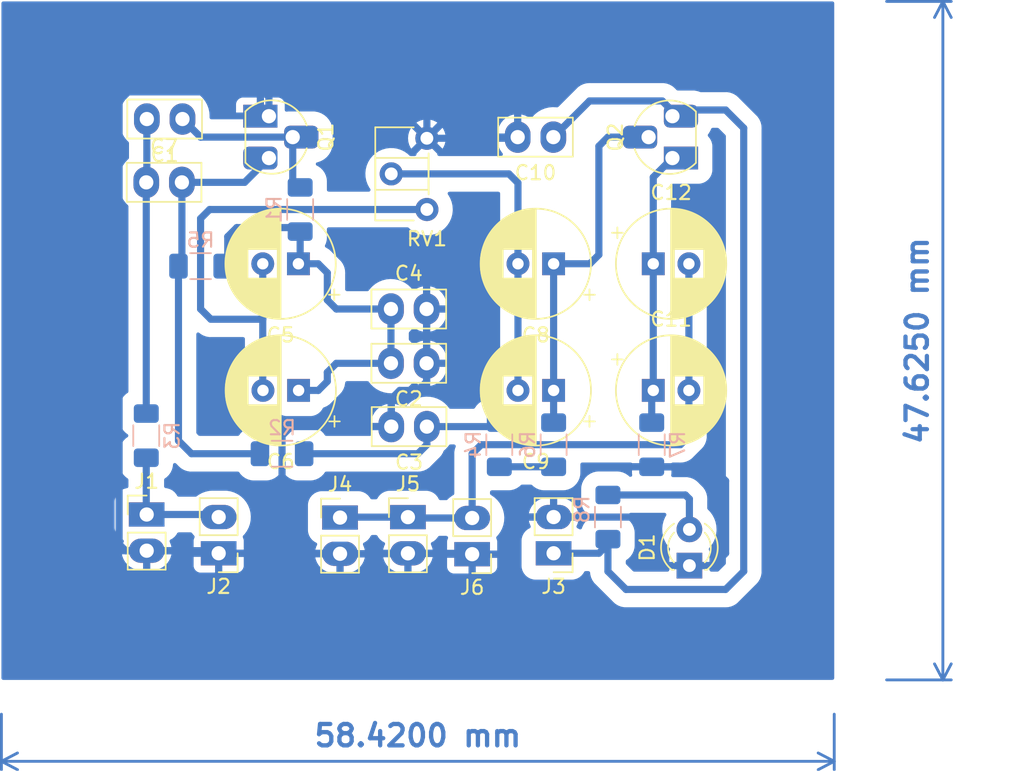
<source format=kicad_pcb>
(kicad_pcb (version 20211014) (generator pcbnew)
  (layers (0 "F.Cu" signal) (31 "B.Cu" signal) (34 "B.Paste" user) (35 "F.Paste" user) (36 "B.SilkS" user "B.Silkscreen") (37 "F.SilkS" user "F.Silkscreen") (38 "B.Mask" user) (39 "F.Mask" user) (44 "Edge.Cuts" user))
  (net 0 "")
  (net 1 "Net-(C1-Pad1)")
  (net 2 "Net-(C1-Pad2)")
  (net 3 "GND")
  (net 4 "Net-(C2-Pad2)")
  (net 5 "Net-(C3-Pad1)")
  (net 6 "Net-(C5-Pad2)")
  (net 7 "Net-(C7-Pad2)")
  (net 8 "Net-(C8-Pad1)")
  (net 9 "Net-(C8-Pad2)")
  (net 10 "Net-(C10-Pad1)")
  (net 11 "Net-(C11-Pad1)")
  (net 12 "Net-(C11-Pad2)")
  (net 13 "Net-(D1-Pad2)")
  (net 14 "Net-(J1-Pad1)")
  (net 15 "Net-(R4-Pad2)")
  (footprint "A_library:C_Disc_D5.0mm_W2.5mm_P2.50mm" (layer "F.Cu") (at 178.415 116.205 180)
    (fp_text reference "C2" (at 1.25 -2.5 180) (layer "F.SilkS"))
    (fp_text value "100n")
    (pad "1" thru_hole oval (at 0 0 180) (size 1.8 2.2) (drill 1) (layers *.Cu *.Mask) (net 3 "GND"))
    (pad "2" thru_hole oval (at 2.5 0 180) (size 1.8 2.2) (drill 1) (layers *.Cu *.Mask) (net 4 "Net-(C2-Pad2)"))
  )
  (footprint "A_library:PinHeader_1x02_P2.54mm_Vertical" (layer "F.Cu") (at 181.61 129.605 180)
    (fp_text reference "J6" (at 0 -2.33 180) (layer "F.SilkS"))
    (fp_text value "out_3")
    (pad "1" thru_hole rect (at 0 0 180) (size 2.5 1.7) (drill 1) (layers *.Cu *.Mask) (net 3 "GND"))
    (pad "2" thru_hole oval (at 0 2.54 180) (size 2.5 1.7) (drill 1) (layers *.Cu *.Mask) (net 12 "Net-(C11-Pad2)"))
  )
  (footprint "A_library:C_Disc_D5.0mm_W2.5mm_P2.50mm" (layer "F.Cu") (at 161.29 99.06 180)
    (fp_text reference "C1" (at 1.25 -2.5 180) (layer "F.SilkS"))
    (fp_text value "100n")
    (pad "1" thru_hole oval (at 0 0 180) (size 1.8 2.2) (drill 1) (layers *.Cu *.Mask) (net 1 "Net-(C1-Pad1)"))
    (pad "2" thru_hole oval (at 2.5 0 180) (size 1.8 2.2) (drill 1) (layers *.Cu *.Mask) (net 2 "Net-(C1-Pad2)"))
  )
  (footprint "Capacitor_THT:CP_Radial_D7.5mm_P2.50mm" (layer "F.Cu") (at 169.42163 109.22 180)
    (fp_text reference "C5" (at 1.25 -5) (layer "F.SilkS"))
    (fp_text value "10M")
    (pad "1" thru_hole rect (at 0 0 180) (size 1.6 1.6) (drill 0.8) (layers *.Cu *.Mask) (net 4 "Net-(C2-Pad2)"))
    (pad "2" thru_hole circle (at 2.5 0 180) (size 1.6 1.6) (drill 0.8) (layers *.Cu *.Mask) (net 6 "Net-(C5-Pad2)"))
  )
  (footprint "A_library:PinHeader_1x02_P2.54mm_Vertical" (layer "F.Cu") (at 187.325 129.54 180)
    (fp_text reference "J3" (at 0 -2.33) (layer "F.SilkS"))
    (fp_text value "power")
    (pad "1" thru_hole rect (at 0 0 180) (size 2.5 1.7) (drill 1) (layers *.Cu *.Mask) (net 10 "Net-(C10-Pad1)"))
    (pad "2" thru_hole oval (at 0 2.54 180) (size 2.5 1.7) (drill 1) (layers *.Cu *.Mask) (net 3 "GND"))
  )
  (footprint "Capacitor_THT:CP_Radial_D7.5mm_P2.50mm" (layer "F.Cu") (at 194.315242 109.22)
    (fp_text reference "C12" (at 1.25 -5) (layer "F.SilkS"))
    (fp_text value "10M")
    (pad "1" thru_hole rect (at 0 0) (size 1.6 1.6) (drill 0.8) (layers *.Cu *.Mask) (net 11 "Net-(C11-Pad1)"))
    (pad "2" thru_hole circle (at 2.5 0) (size 1.6 1.6) (drill 0.8) (layers *.Cu *.Mask) (net 12 "Net-(C11-Pad2)"))
  )
  (footprint "A_library:C_Disc_D5.0mm_W2.5mm_P2.50mm" (layer "F.Cu") (at 178.435 120.65 180)
    (fp_text reference "C3" (at 1.25 -2.5) (layer "F.SilkS"))
    (fp_text value "100n")
    (pad "1" thru_hole oval (at 0 0 180) (size 1.8 2.2) (drill 1) (layers *.Cu *.Mask) (net 5 "Net-(C3-Pad1)"))
    (pad "2" thru_hole oval (at 2.5 0 180) (size 1.8 2.2) (drill 1) (layers *.Cu *.Mask) (net 3 "GND"))
  )
  (footprint "A_library:TO-92L_HandSolder" (layer "F.Cu") (at 167.555 99.06 -90)
    (fp_text reference "Q1" (at 1.27 -3.8 -90) (layer "F.SilkS"))
    (fp_text value "PN2222A")
    (pad "1" thru_hole rect (at -0.2 0.2 270) (size 1.6 2.4) (drill 1 (offset 0 0.6)) (layers *.Cu *.Mask) (net 3 "GND"))
    (pad "2" thru_hole roundrect (at 1.27 -1.47 270) (size 1.6 2.4) (drill 1 (offset 0 -0.6)) (layers *.Cu *.Mask) (net 1 "Net-(C1-Pad1)"))
    (pad "3" thru_hole roundrect (at 2.74 0.2 270) (size 1.6 2.4) (drill 1 (offset 0 0.6)) (layers *.Cu *.Mask) (net 7 "Net-(C7-Pad2)"))
  )
  (footprint "LED_THT:LED_D3.0mm" (layer "F.Cu") (at 196.85 130.406922 90)
    (fp_text reference "D1" (at 1.27 -2.96 90) (layer "F.SilkS"))
    (fp_text value "LED")
    (pad "1" thru_hole rect (at 0 0 90) (size 1.8 1.8) (drill 0.9) (layers *.Cu *.Mask) (net 3 "GND"))
    (pad "2" thru_hole circle (at 2.54 0 90) (size 1.8 1.8) (drill 0.9) (layers *.Cu *.Mask) (net 13 "Net-(D1-Pad2)"))
  )
  (footprint "Potentiometer_THT:Potentiometer_Piher_PT-6-H_Horizontal" (layer "F.Cu") (at 178.435 105.41 180)
    (fp_text reference "RV1" (at 0 -2.06) (layer "F.SilkS"))
    (fp_text value "10k")
    (pad "1" thru_hole circle (at 0 0 180) (size 1.62 1.62) (drill 0.9) (layers *.Cu *.Mask) (net 6 "Net-(C5-Pad2)"))
    (pad "2" thru_hole circle (at 2.5 2.5 180) (size 1.62 1.62) (drill 0.9) (layers *.Cu *.Mask) (net 9 "Net-(C8-Pad2)"))
    (pad "3" thru_hole circle (at 0 5 180) (size 1.62 1.62) (drill 0.9) (layers *.Cu *.Mask) (net 3 "GND"))
  )
  (footprint "A_library:TO-92L_HandSolder" (layer "F.Cu") (at 195.459136 101.6 90)
    (fp_text reference "Q2" (at 1.27 -3.8 90) (layer "F.SilkS"))
    (fp_text value "PN2222A")
    (pad "1" thru_hole rect (at -0.2 0.2 90) (size 1.6 2.4) (drill 1 (offset 0 0.6)) (layers *.Cu *.Mask) (net 11 "Net-(C11-Pad1)"))
    (pad "2" thru_hole roundrect (at 1.27 -1.47 90) (size 1.6 2.4) (drill 1 (offset 0 -0.6)) (layers *.Cu *.Mask) (net 8 "Net-(C8-Pad1)"))
    (pad "3" thru_hole roundrect (at 2.74 0.2 90) (size 1.6 2.4) (drill 1 (offset 0 0.6)) (layers *.Cu *.Mask) (net 10 "Net-(C10-Pad1)"))
  )
  (footprint "A_library:C_Disc_D5.0mm_W2.5mm_P2.50mm" (layer "F.Cu") (at 175.915 112.395)
    (fp_text reference "C4" (at 1.25 -2.5) (layer "F.SilkS"))
    (fp_text value "100n")
    (pad "1" thru_hole oval (at 0 0) (size 1.8 2.2) (drill 1) (layers *.Cu *.Mask) (net 4 "Net-(C2-Pad2)"))
    (pad "2" thru_hole oval (at 2.5 0) (size 1.8 2.2) (drill 1) (layers *.Cu *.Mask) (net 3 "GND"))
  )
  (footprint "A_library:C_Disc_D5.0mm_W2.5mm_P2.50mm" (layer "F.Cu") (at 158.75 103.505)
    (fp_text reference "C7" (at 1.25 -2.5) (layer "F.SilkS"))
    (fp_text value "100n")
    (pad "1" thru_hole oval (at 0 0) (size 1.8 2.2) (drill 1) (layers *.Cu *.Mask) (net 2 "Net-(C1-Pad2)"))
    (pad "2" thru_hole oval (at 2.5 0) (size 1.8 2.2) (drill 1) (layers *.Cu *.Mask) (net 7 "Net-(C7-Pad2)"))
  )
  (footprint "Capacitor_THT:CP_Radial_D7.5mm_P2.50mm" (layer "F.Cu") (at 187.325 109.22 180)
    (fp_text reference "C8" (at 1.25 -5) (layer "F.SilkS"))
    (fp_text value "10M")
    (pad "1" thru_hole rect (at 0 0 180) (size 1.6 1.6) (drill 0.8) (layers *.Cu *.Mask) (net 8 "Net-(C8-Pad1)"))
    (pad "2" thru_hole circle (at 2.5 0 180) (size 1.6 1.6) (drill 0.8) (layers *.Cu *.Mask) (net 9 "Net-(C8-Pad2)"))
  )
  (footprint "A_library:PinHeader_1x02_P2.54mm_Vertical" (layer "F.Cu") (at 163.83 129.54 180)
    (fp_text reference "J2" (at 0 -2.33 180) (layer "F.SilkS"))
    (fp_text value "in_key")
    (pad "1" thru_hole rect (at 0 0 180) (size 2.5 1.7) (drill 1) (layers *.Cu *.Mask) (net 3 "GND"))
    (pad "2" thru_hole oval (at 0 2.54 180) (size 2.5 1.7) (drill 1) (layers *.Cu *.Mask) (net 14 "Net-(J1-Pad1)"))
  )
  (footprint "Capacitor_THT:CP_Radial_D7.5mm_P2.50mm" (layer "F.Cu") (at 194.315242 118.11)
    (fp_text reference "C11" (at 1.25 -5) (layer "F.SilkS"))
    (fp_text value "10M")
    (pad "1" thru_hole rect (at 0 0) (size 1.6 1.6) (drill 0.8) (layers *.Cu *.Mask) (net 11 "Net-(C11-Pad1)"))
    (pad "2" thru_hole circle (at 2.5 0) (size 1.6 1.6) (drill 0.8) (layers *.Cu *.Mask) (net 12 "Net-(C11-Pad2)"))
  )
  (footprint "A_library:PinHeader_1x02_P2.54mm_Vertical" (layer "F.Cu") (at 172.3425 127.035)
    (fp_text reference "J4" (at 0 -2.33) (layer "F.SilkS"))
    (fp_text value "out_1")
    (pad "1" thru_hole rect (at 0 0) (size 2.5 1.7) (drill 1) (layers *.Cu *.Mask) (net 12 "Net-(C11-Pad2)"))
    (pad "2" thru_hole oval (at 0 2.54) (size 2.5 1.7) (drill 1) (layers *.Cu *.Mask) (net 3 "GND"))
  )
  (footprint "Capacitor_THT:CP_Radial_D7.5mm_P2.50mm" (layer "F.Cu") (at 187.325 118.11 180)
    (fp_text reference "C9" (at 1.25 -5) (layer "F.SilkS"))
    (fp_text value "10M")
    (pad "1" thru_hole rect (at 0 0 180) (size 1.6 1.6) (drill 0.8) (layers *.Cu *.Mask) (net 8 "Net-(C8-Pad1)"))
    (pad "2" thru_hole circle (at 2.5 0 180) (size 1.6 1.6) (drill 0.8) (layers *.Cu *.Mask) (net 9 "Net-(C8-Pad2)"))
  )
  (footprint "A_library:C_Disc_D5.0mm_W2.5mm_P2.50mm" (layer "F.Cu") (at 187.305 100.33 180)
    (fp_text reference "C10" (at 1.25 -2.5) (layer "F.SilkS"))
    (fp_text value "100n")
    (pad "1" thru_hole oval (at 0 0 180) (size 1.8 2.2) (drill 1) (layers *.Cu *.Mask) (net 10 "Net-(C10-Pad1)"))
    (pad "2" thru_hole oval (at 2.5 0 180) (size 1.8 2.2) (drill 1) (layers *.Cu *.Mask) (net 3 "GND"))
  )
  (footprint "A_library:PinHeader_1x02_P2.54mm_Vertical" (layer "F.Cu") (at 177.105 127.005)
    (fp_text reference "J5" (at 0 -2.33) (layer "F.SilkS"))
    (fp_text value "out_2")
    (pad "1" thru_hole rect (at 0 0) (size 2.5 1.7) (drill 1) (layers *.Cu *.Mask) (net 12 "Net-(C11-Pad2)"))
    (pad "2" thru_hole oval (at 0 2.54) (size 2.5 1.7) (drill 1) (layers *.Cu *.Mask) (net 3 "GND"))
  )
  (footprint "Capacitor_THT:CP_Radial_D7.5mm_P2.50mm" (layer "F.Cu") (at 169.436395 118.11 180)
    (fp_text reference "C6" (at 1.25 -5) (layer "F.SilkS"))
    (fp_text value "10M")
    (pad "1" thru_hole rect (at 0 0 180) (size 1.6 1.6) (drill 0.8) (layers *.Cu *.Mask) (net 4 "Net-(C2-Pad2)"))
    (pad "2" thru_hole circle (at 2.5 0 180) (size 1.6 1.6) (drill 0.8) (layers *.Cu *.Mask) (net 6 "Net-(C5-Pad2)"))
  )
  (footprint "A_library:PinHeader_1x02_P2.54mm_Vertical" (layer "F.Cu") (at 158.78 126.82)
    (fp_text reference "J1" (at 0 -2.33) (layer "F.SilkS"))
    (fp_text value "key")
    (pad "1" thru_hole rect (at 0 0) (size 2.5 1.7) (drill 1) (layers *.Cu *.Mask) (net 14 "Net-(J1-Pad1)"))
    (pad "2" thru_hole oval (at 0 2.54) (size 2.5 1.7) (drill 1) (layers *.Cu *.Mask) (net 3 "GND"))
  )
  (footprint "Resistor_SMD:R_1206_3216Metric_Pad1.30x1.75mm_HandSolder" (layer "B.Cu") (at 169.545 105.41 -90)
    (fp_text reference "R1" (at 0 1.82 90) (layer "B.SilkS") (effects (justify mirror)))
    (fp_text value "3k3")
    (pad "1" smd roundrect (at -1.55 0 270) (size 1.3 1.75) (layers "B.Cu" "B.Paste" "B.Mask") (roundrect_rratio 0.192308) (net 1 "Net-(C1-Pad1)"))
    (pad "2" smd roundrect (at 1.55 0 270) (size 1.3 1.75) (layers "B.Cu" "B.Paste" "B.Mask") (roundrect_rratio 0.192308) (net 4 "Net-(C2-Pad2)"))
  )
  (footprint "Resistor_SMD:R_1206_3216Metric_Pad1.30x1.75mm_HandSolder" (layer "B.Cu") (at 194.206636 121.92 90)
    (fp_text reference "R7" (at 0 1.82 90) (layer "B.SilkS") (effects (justify mirror)))
    (fp_text value "100")
    (pad "1" smd roundrect (at -1.55 0 90) (size 1.3 1.75) (layers "B.Cu" "B.Paste" "B.Mask") (roundrect_rratio 0.192308) (net 3 "GND"))
    (pad "2" smd roundrect (at 1.55 0 90) (size 1.3 1.75) (layers "B.Cu" "B.Paste" "B.Mask") (roundrect_rratio 0.192308) (net 11 "Net-(C11-Pad1)"))
  )
  (footprint "Resistor_SMD:R_1206_3216Metric_Pad1.30x1.75mm_HandSolder" (layer "B.Cu") (at 162.56 109.385 180)
    (fp_text reference "R5" (at 0 1.82) (layer "B.SilkS") (effects (justify mirror)))
    (fp_text value "3k3")
    (pad "1" smd roundrect (at -1.55 0 180) (size 1.3 1.75) (layers "B.Cu" "B.Paste" "B.Mask") (roundrect_rratio 0.192308) (net 4 "Net-(C2-Pad2)"))
    (pad "2" smd roundrect (at 1.55 0 180) (size 1.3 1.75) (layers "B.Cu" "B.Paste" "B.Mask") (roundrect_rratio 0.192308) (net 7 "Net-(C7-Pad2)"))
  )
  (footprint "Resistor_SMD:R_1206_3216Metric_Pad1.30x1.75mm_HandSolder" (layer "B.Cu") (at 187.325 121.92 -90)
    (fp_text reference "R6" (at 0 1.82 90) (layer "B.SilkS") (effects (justify mirror)))
    (fp_text value "150k")
    (pad "1" smd roundrect (at -1.55 0 270) (size 1.3 1.75) (layers "B.Cu" "B.Paste" "B.Mask") (roundrect_rratio 0.192308) (net 8 "Net-(C8-Pad1)"))
    (pad "2" smd roundrect (at 1.55 0 270) (size 1.3 1.75) (layers "B.Cu" "B.Paste" "B.Mask") (roundrect_rratio 0.192308) (net 15 "Net-(R4-Pad2)"))
  )
  (footprint "Resistor_SMD:R_1206_3216Metric_Pad1.30x1.75mm_HandSolder" (layer "B.Cu") (at 158.75 121.285 90)
    (fp_text reference "R3" (at 0 1.82 90) (layer "B.SilkS") (effects (justify mirror)))
    (fp_text value "560")
    (pad "1" smd roundrect (at -1.55 0 90) (size 1.3 1.75) (layers "B.Cu" "B.Paste" "B.Mask") (roundrect_rratio 0.192308) (net 14 "Net-(J1-Pad1)"))
    (pad "2" smd roundrect (at 1.55 0 90) (size 1.3 1.75) (layers "B.Cu" "B.Paste" "B.Mask") (roundrect_rratio 0.192308) (net 2 "Net-(C1-Pad2)"))
  )
  (footprint "Resistor_SMD:R_1206_3216Metric_Pad1.30x1.75mm_HandSolder" (layer "B.Cu") (at 183.515 121.92 -90)
    (fp_text reference "R4" (at 0 1.82 90) (layer "B.SilkS") (effects (justify mirror)))
    (fp_text value "10")
    (pad "1" smd roundrect (at -1.55 0 270) (size 1.3 1.75) (layers "B.Cu" "B.Paste" "B.Mask") (roundrect_rratio 0.192308) (net 5 "Net-(C3-Pad1)"))
    (pad "2" smd roundrect (at 1.55 0 270) (size 1.3 1.75) (layers "B.Cu" "B.Paste" "B.Mask") (roundrect_rratio 0.192308) (net 15 "Net-(R4-Pad2)"))
  )
  (footprint "Resistor_SMD:R_1206_3216Metric_Pad1.30x1.75mm_HandSolder" (layer "B.Cu") (at 191.135 127 -90)
    (fp_text reference "R8" (at -0.531636 1.82 90) (layer "B.SilkS") (effects (justify mirror)))
    (fp_text value "1k")
    (pad "1" smd roundrect (at -1.55 0 270) (size 1.3 1.75) (layers "B.Cu" "B.Paste" "B.Mask") (roundrect_rratio 0.192308) (net 13 "Net-(D1-Pad2)"))
    (pad "2" smd roundrect (at 1.55 0 270) (size 1.3 1.75) (layers "B.Cu" "B.Paste" "B.Mask") (roundrect_rratio 0.192308) (net 10 "Net-(C10-Pad1)"))
  )
  (footprint "Resistor_SMD:R_1206_3216Metric_Pad1.30x1.75mm_HandSolder" (layer "B.Cu") (at 168.275 122.555 180)
    (fp_text reference "R2" (at 0 1.82) (layer "B.SilkS") (effects (justify mirror)))
    (fp_text value "3k3")
    (pad "1" smd roundrect (at -1.55 0 180) (size 1.3 1.75) (layers "B.Cu" "B.Paste" "B.Mask") (roundrect_rratio 0.192308) (net 5 "Net-(C3-Pad1)"))
    (pad "2" smd roundrect (at 1.55 0 180) (size 1.3 1.75) (layers "B.Cu" "B.Paste" "B.Mask") (roundrect_rratio 0.192308) (net 7 "Net-(C7-Pad2)"))
  )
  (dimension (type aligned) (layer "B.Cu") (pts (xy 210.185 90.805) (xy 210.185 138.43)) (height -4.445) (gr_text "47.6250 mm" (at 212.83 114.6175 90) (layer "B.Cu") (effects (font (size 1.5 1.5) (thickness 0.3)))) (format (units 3) (units_format 1) (precision 4)) (style (thickness 0.2) (arrow_length 1.27) (text_position_mode 0) (extension_height 0.58642) (extension_offset 0.5) keep_text_aligned))
  (dimension (type aligned) (layer "B.Cu") (pts (xy 207.01 140.335) (xy 148.59 140.335)) (height -3.81) (gr_text "58.4200 mm" (at 177.8 142.345) (layer "B.Cu") (effects (font (size 1.5 1.5) (thickness 0.3)))) (format (units 3) (units_format 1) (precision 4)) (style (thickness 0.2) (arrow_length 1.27) (text_position_mode 0) (extension_height 0.58642) (extension_offset 0.5) keep_text_aligned))
  (segment (start 169.025 100.33) (end 169.025 103.34) (width 0.5) (layer "B.Cu") (net 1))
  (segment (start 169.025 103.34) (end 169.545 103.86) (width 0.5) (layer "B.Cu") (net 1))
  (segment (start 169.025 100.33) (end 162.56 100.33) (width 0.5) (layer "B.Cu") (net 1))
  (segment (start 162.56 100.33) (end 161.29 99.06) (width 0.5) (layer "B.Cu") (net 1))
  (segment (start 158.79 103.465) (end 158.75 103.505) (width 0.5) (layer "B.Cu") (net 2))
  (segment (start 158.75 103.505) (end 158.75 119.735) (width 0.5) (layer "B.Cu") (net 2))
  (segment (start 158.79 99.06) (end 158.79 103.465) (width 0.5) (layer "B.Cu") (net 2))
  (segment (start 181.55 129.545) (end 181.61 129.605) (width 0.5) (layer "B.Cu") (net 3))
  (segment (start 168.275 129.54) (end 163.83 129.54) (width 0.5) (layer "B.Cu") (net 3))
  (segment (start 176.53 118.11) (end 175.935 118.705) (width 0.5) (layer "B.Cu") (net 3))
  (segment (start 178.415 116.205) (end 178.415 117.495) (width 0.5) (layer "B.Cu") (net 3))
  (segment (start 184.785 128.905) (end 184.785 127.635) (width 0.5) (layer "B.Cu") (net 3))
  (segment (start 178.415 117.495) (end 177.8 118.11) (width 0.5) (layer "B.Cu") (net 3))
  (segment (start 168.275 97.155) (end 177.8 97.155) (width 0.5) (layer "B.Cu") (net 3))
  (segment (start 157.3 129.36) (end 156.845 128.905) (width 0.5) (layer "B.Cu") (net 3))
  (segment (start 168.91 120.65) (end 168.275 121.285) (width 0.5) (layer "B.Cu") (net 3))
  (segment (start 184.085 129.605) (end 184.785 128.905) (width 0.5) (layer "B.Cu") (net 3))
  (segment (start 194.206636 123.47) (end 198.4 123.47) (width 0.5) (layer "B.Cu") (net 3))
  (segment (start 185.42 127) (end 187.325 127) (width 0.5) (layer "B.Cu") (net 3))
  (segment (start 178.415 112.395) (end 178.415 116.205) (width 0.5) (layer "B.Cu") (net 3))
  (segment (start 184.725 100.41) (end 184.805 100.33) (width 0.5) (layer "B.Cu") (net 3))
  (segment (start 168.275 129.54) (end 172.3075 129.54) (width 0.5) (layer "B.Cu") (net 3))
  (segment (start 175.935 120.65) (end 168.91 120.65) (width 0.5) (layer "B.Cu") (net 3))
  (segment (start 177.8 118.11) (end 176.53 118.11) (width 0.5) (layer "B.Cu") (net 3))
  (segment (start 178.435 97.79) (end 178.435 100.41) (width 0.5) (layer "B.Cu") (net 3))
  (segment (start 193.675 129.54) (end 194.541922 130.406922) (width 0.5) (layer "B.Cu") (net 3))
  (segment (start 198.4 123.47) (end 199.39 124.46) (width 0.5) (layer "B.Cu") (net 3))
  (segment (start 157.48 97.155) (end 167.005 97.155) (width 0.5) (layer "B.Cu") (net 3))
  (segment (start 184.785 127.635) (end 185.42 127) (width 0.5) (layer "B.Cu") (net 3))
  (segment (start 158.78 129.36) (end 157.3 129.36) (width 0.5) (layer "B.Cu") (net 3))
  (segment (start 177.105 129.545) (end 181.55 129.545) (width 0.5) (layer "B.Cu") (net 3))
  (segment (start 163.65 129.36) (end 163.83 129.54) (width 0.5) (layer "B.Cu") (net 3))
  (segment (start 193.04 127) (end 193.675 127.635) (width 0.5) (layer "B.Cu") (net 3))
  (segment (start 198.523078 130.406922) (end 196.85 130.406922) (width 0.5) (layer "B.Cu") (net 3))
  (segment (start 167.005 97.155) (end 168.275 97.155) (width 0.5) (layer "B.Cu") (net 3))
  (segment (start 187.325 127) (end 193.04 127) (width 0.5) (layer "B.Cu") (net 3))
  (segment (start 158.78 129.36) (end 163.65 129.36) (width 0.5) (layer "B.Cu") (net 3))
  (segment (start 167.355 97.505) (end 167.005 97.155) (width 0.5) (layer "B.Cu") (net 3))
  (segment (start 168.275 121.285) (end 168.275 129.54) (width 0.5) (layer "B.Cu") (net 3))
  (segment (start 177.075 129.575) (end 177.105 129.545) (width 0.5) (layer "B.Cu") (net 3))
  (segment (start 178.435 100.41) (end 184.725 100.41) (width 0.5) (layer "B.Cu") (net 3))
  (segment (start 172.3075 129.54) (end 172.3425 129.575) (width 0.5) (layer "B.Cu") (net 3))
  (segment (start 193.675 127.635) (end 193.675 129.54) (width 0.5) (layer "B.Cu") (net 3))
  (segment (start 156.845 128.905) (end 156.845 97.79) (width 0.5) (layer "B.Cu") (net 3))
  (segment (start 175.935 118.705) (end 175.935 120.65) (width 0.5) (layer "B.Cu") (net 3))
  (segment (start 199.39 129.54) (end 198.523078 130.406922) (width 0.5) (layer "B.Cu") (net 3))
  (segment (start 199.39 124.46) (end 199.39 129.54) (width 0.5) (layer "B.Cu") (net 3))
  (segment (start 172.3425 129.575) (end 177.075 129.575) (width 0.5) (layer "B.Cu") (net 3))
  (segment (start 194.541922 130.406922) (end 196.85 130.406922) (width 0.5) (layer "B.Cu") (net 3))
  (segment (start 156.845 97.79) (end 157.48 97.155) (width 0.5) (layer "B.Cu") (net 3))
  (segment (start 167.355 98.86) (end 167.355 97.505) (width 0.5) (layer "B.Cu") (net 3))
  (segment (start 181.61 129.605) (end 184.085 129.605) (width 0.5) (layer "B.Cu") (net 3))
  (segment (start 177.8 97.155) (end 178.435 97.79) (width 0.5) (layer "B.Cu") (net 3))
  (segment (start 170.815 109.22) (end 171.45 109.855) (width 0.5) (layer "B.Cu") (net 4))
  (segment (start 169.545 106.96) (end 169.545 109.09663) (width 0.5) (layer "B.Cu") (net 4))
  (segment (start 171.45 111.76) (end 172.085 112.395) (width 0.5) (layer "B.Cu") (net 4))
  (segment (start 169.42163 109.22) (end 170.815 109.22) (width 0.5) (layer "B.Cu") (net 4))
  (segment (start 165.1 106.68) (end 169.265 106.68) (width 0.5) (layer "B.Cu") (net 4))
  (segment (start 169.545 109.09663) (end 169.42163 109.22) (width 0.5) (layer "B.Cu") (net 4))
  (segment (start 171.45 109.855) (end 171.45 111.76) (width 0.5) (layer "B.Cu") (net 4))
  (segment (start 164.465 107.315) (end 165.1 106.68) (width 0.5) (layer "B.Cu") (net 4))
  (segment (start 169.265 106.68) (end 169.545 106.96) (width 0.5) (layer "B.Cu") (net 4))
  (segment (start 164.465 109.03) (end 164.465 107.315) (width 0.5) (layer "B.Cu") (net 4))
  (segment (start 170.815 118.11) (end 171.45 117.475) (width 0.5) (layer "B.Cu") (net 4))
  (segment (start 172.085 112.395) (end 175.915 112.395) (width 0.5) (layer "B.Cu") (net 4))
  (segment (start 175.915 112.395) (end 175.915 116.205) (width 0.5) (layer "B.Cu") (net 4))
  (segment (start 172.085 116.205) (end 175.915 116.205) (width 0.5) (layer "B.Cu") (net 4))
  (segment (start 169.436395 118.11) (end 170.815 118.11) (width 0.5) (layer "B.Cu") (net 4))
  (segment (start 171.45 117.475) (end 171.45 116.84) (width 0.5) (layer "B.Cu") (net 4))
  (segment (start 171.45 116.84) (end 172.085 116.205) (width 0.5) (layer "B.Cu") (net 4))
  (segment (start 164.11 109.385) (end 164.465 109.03) (width 0.5) (layer "B.Cu") (net 4))
  (segment (start 178.435 121.92) (end 178.435 120.65) (width 0.5) (layer "B.Cu") (net 5))
  (segment (start 177.8 122.555) (end 178.435 121.92) (width 0.5) (layer "B.Cu") (net 5))
  (segment (start 183.235 120.65) (end 183.515 120.37) (width 0.5) (layer "B.Cu") (net 5))
  (segment (start 178.435 120.65) (end 183.235 120.65) (width 0.5) (layer "B.Cu") (net 5))
  (segment (start 169.825 122.555) (end 177.8 122.555) (width 0.5) (layer "B.Cu") (net 5))
  (segment (start 163.27837 113.11337) (end 166.92163 113.11337) (width 0.5) (layer "B.Cu") (net 6))
  (segment (start 178.435 105.41) (end 163.195 105.41) (width 0.5) (layer "B.Cu") (net 6))
  (segment (start 162.56 112.395) (end 163.27837 113.11337) (width 0.5) (layer "B.Cu") (net 6))
  (segment (start 166.92163 109.22) (end 166.92163 113.11337) (width 0.5) (layer "B.Cu") (net 6))
  (segment (start 166.92163 113.11337) (end 166.92163 118.095235) (width 0.5) (layer "B.Cu") (net 6))
  (segment (start 163.195 105.41) (end 162.56 106.045) (width 0.5) (layer "B.Cu") (net 6))
  (segment (start 166.92163 118.095235) (end 166.936395 118.11) (width 0.5) (layer "B.Cu") (net 6))
  (segment (start 162.56 106.045) (end 162.56 112.395) (width 0.5) (layer "B.Cu") (net 6))
  (segment (start 165.65 103.505) (end 167.355 101.8) (width 0.5) (layer "B.Cu") (net 7))
  (segment (start 161.01 109.385) (end 161.01 121.64) (width 0.5) (layer "B.Cu") (net 7))
  (segment (start 161.25 109.145) (end 161.25 103.505) (width 0.5) (layer "B.Cu") (net 7))
  (segment (start 161.925 122.555) (end 166.725 122.555) (width 0.5) (layer "B.Cu") (net 7))
  (segment (start 161.01 121.64) (end 161.925 122.555) (width 0.5) (layer "B.Cu") (net 7))
  (segment (start 161.25 103.505) (end 165.65 103.505) (width 0.5) (layer "B.Cu") (net 7))
  (segment (start 161.01 109.385) (end 161.25 109.145) (width 0.5) (layer "B.Cu") (net 7))
  (segment (start 190.5 100.965) (end 191.135 100.33) (width 0.5) (layer "B.Cu") (net 8))
  (segment (start 187.325 109.22) (end 189.865 109.22) (width 0.5) (layer "B.Cu") (net 8))
  (segment (start 187.325 120.37) (end 187.325 118.11) (width 0.5) (layer "B.Cu") (net 8))
  (segment (start 187.325 118.11) (end 187.325 109.22) (width 0.5) (layer "B.Cu") (net 8))
  (segment (start 189.865 109.22) (end 190.5 108.585) (width 0.5) (layer "B.Cu") (net 8))
  (segment (start 191.135 100.33) (end 193.989136 100.33) (width 0.5) (layer "B.Cu") (net 8))
  (segment (start 190.5 108.585) (end 190.5 100.965) (width 0.5) (layer "B.Cu") (net 8))
  (segment (start 184.825 103.545) (end 184.825 109.22) (width 0.5) (layer "B.Cu") (net 9))
  (segment (start 184.19 102.91) (end 184.825 103.545) (width 0.5) (layer "B.Cu") (net 9))
  (segment (start 184.825 109.22) (end 184.825 118.11) (width 0.5) (layer "B.Cu") (net 9))
  (segment (start 175.935 102.91) (end 184.19 102.91) (width 0.5) (layer "B.Cu") (net 9))
  (segment (start 191.135 128.55) (end 191.135 130.81) (width 0.5) (layer "B.Cu") (net 10))
  (segment (start 187.325 129.54) (end 190.5 129.54) (width 0.5) (layer "B.Cu") (net 10))
  (segment (start 199.39 98.425) (end 196.094136 98.425) (width 0.5) (layer "B.Cu") (net 10))
  (segment (start 195.659136 98.86) (end 195.659136 98.504136) (width 0.5) (layer "B.Cu") (net 10))
  (segment (start 190.5 129.54) (end 191.135 128.905) (width 0.5) (layer "B.Cu") (net 10))
  (segment (start 196.094136 98.425) (end 195.659136 98.86) (width 0.5) (layer "B.Cu") (net 10))
  (segment (start 200.66 99.695) (end 199.39 98.425) (width 0.5) (layer "B.Cu") (net 10))
  (segment (start 194.945 97.79) (end 189.845 97.79) (width 0.5) (layer "B.Cu") (net 10))
  (segment (start 189.845 97.79) (end 187.305 100.33) (width 0.5) (layer "B.Cu") (net 10))
  (segment (start 191.135 128.905) (end 191.135 128.55) (width 0.5) (layer "B.Cu") (net 10))
  (segment (start 199.39 132.08) (end 200.66 130.81) (width 0.5) (layer "B.Cu") (net 10))
  (segment (start 191.135 130.81) (end 192.405 132.08) (width 0.5) (layer "B.Cu") (net 10))
  (segment (start 192.405 132.08) (end 199.39 132.08) (width 0.5) (layer "B.Cu") (net 10))
  (segment (start 195.659136 98.504136) (end 194.945 97.79) (width 0.5) (layer "B.Cu") (net 10))
  (segment (start 200.66 130.81) (end 200.66 99.695) (width 0.5) (layer "B.Cu") (net 10))
  (segment (start 194.206636 118.218606) (end 194.315242 118.11) (width 0.5) (layer "B.Cu") (net 11))
  (segment (start 194.206636 120.37) (end 194.206636 118.218606) (width 0.5) (layer "B.Cu") (net 11))
  (segment (start 194.315242 103.143894) (end 194.315242 109.22) (width 0.5) (layer "B.Cu") (net 11))
  (segment (start 194.315242 109.22) (end 194.315242 118.11) (width 0.5) (layer "B.Cu") (net 11))
  (segment (start 195.659136 101.8) (end 194.315242 103.143894) (width 0.5) (layer "B.Cu") (net 11))
  (segment (start 172.3725 127.005) (end 172.3425 127.035) (width 0.5) (layer "B.Cu") (net 12))
  (segment (start 181.61 127.065) (end 177.165 127.065) (width 0.5) (layer "B.Cu") (net 12))
  (segment (start 177.105 127.005) (end 172.3725 127.005) (width 0.5) (layer "B.Cu") (net 12))
  (segment (start 196.815242 109.22) (end 196.815242 118.11) (width 0.5) (layer "B.Cu") (net 12))
  (segment (start 181.61 122.555) (end 181.61 127.065) (width 0.5) (layer "B.Cu") (net 12))
  (segment (start 196.815242 118.11) (end 196.815242 121.319758) (width 0.5) (layer "B.Cu") (net 12))
  (segment (start 182.245 121.92) (end 181.61 122.555) (width 0.5) (layer "B.Cu") (net 12))
  (segment (start 196.215 121.92) (end 182.245 121.92) (width 0.5) (layer "B.Cu") (net 12))
  (segment (start 181.58 127.035) (end 181.61 127.065) (width 0.5) (layer "B.Cu") (net 12))
  (segment (start 177.165 127.065) (end 177.105 127.005) (width 0.5) (layer "B.Cu") (net 12))
  (segment (start 196.815242 121.319758) (end 196.215 121.92) (width 0.5) (layer "B.Cu") (net 12))
  (segment (start 191.135 125.45) (end 196.57 125.45) (width 0.5) (layer "B.Cu") (net 13))
  (segment (start 196.85 125.73) (end 196.85 127.866922) (width 0.5) (layer "B.Cu") (net 13))
  (segment (start 196.57 125.45) (end 196.85 125.73) (width 0.5) (layer "B.Cu") (net 13))
  (segment (start 158.75 126.79) (end 158.78 126.82) (width 0.5) (layer "B.Cu") (net 14))
  (segment (start 163.65 126.82) (end 163.83 127) (width 0.5) (layer "B.Cu") (net 14))
  (segment (start 158.78 126.82) (end 163.65 126.82) (width 0.5) (layer "B.Cu") (net 14))
  (segment (start 158.75 122.835) (end 158.75 126.79) (width 0.5) (layer "B.Cu") (net 14))
  (segment (start 183.515 123.47) (end 187.325 123.47) (width 0.5) (layer "B.Cu") (net 15))
  (zone (net 3) (net_name "GND") (layer "B.Cu") (connect_pads (clearance 1)) (min_thickness 0.254) (fill yes (thermal_gap 0.508) (thermal_bridge_width 0.508))
    (polygon (pts (xy 207.01 138.43) (xy 148.59 138.43) (xy 148.59 90.805) (xy 207.01 90.805)))
  )
)
</source>
